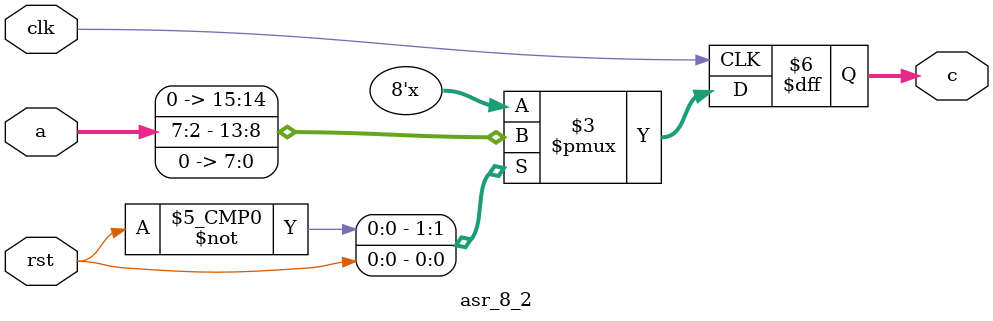
<source format=v>
module asr_8_2(
    a,
    c,
    clk,
    rst
);

input [7:0] a;
input clk, rst;
output [7:0] c;

always @ ( posedge clk )
begin
    case(rst)
        0: c = a >>> 2;
        1: c = 0;
    endcase
end

endmodule

</source>
